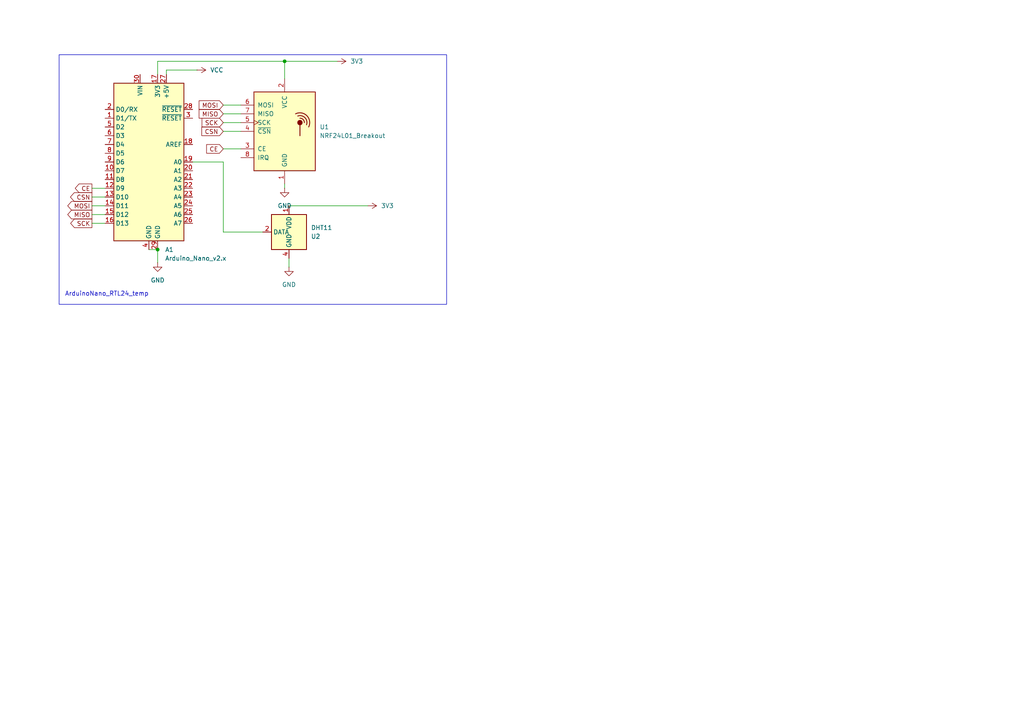
<source format=kicad_sch>
(kicad_sch (version 20250114) (generator "eeschema") (generator_version "9.0")
  (paper "A4")
  (lib_symbols
    (symbol "MCU_Module:Arduino_Nano_v2.x"
      (property "Reference" "A" (at -10.16 23.495 0))
      (property "Value" "Arduino_Nano_v2.x" (at 5.08 -24.13 0))
      (symbol "Arduino_Nano_v2.x_0_1"
        (rectangle (start -10.16 22.86) (end 10.16 -22.86) (stroke (width 0.254)) (fill (type background)))
      )
      (symbol "Arduino_Nano_v2.x_1_1"
        (pin bidirectional line (at -12.7 15.24 0) (length 2.54) (name "D0/RX") (number "2"))
        (pin bidirectional line (at -12.7 12.7 0) (length 2.54) (name "D1/TX") (number "1"))
        (pin bidirectional line (at -12.7 10.16 0) (length 2.54) (name "D2") (number "5"))
        (pin bidirectional line (at -12.7 7.62 0) (length 2.54) (name "D3") (number "6"))
        (pin bidirectional line (at -12.7 5.08 0) (length 2.54) (name "D4") (number "7"))
        (pin bidirectional line (at -12.7 2.54 0) (length 2.54) (name "D5") (number "8"))
        (pin bidirectional line (at -12.7 0 0) (length 2.54) (name "D6") (number "9"))
        (pin bidirectional line (at -12.7 -2.54 0) (length 2.54) (name "D7") (number "10"))
        (pin bidirectional line (at -12.7 -5.08 0) (length 2.54) (name "D8") (number "11"))
        (pin bidirectional line (at -12.7 -7.62 0) (length 2.54) (name "D9") (number "12"))
        (pin bidirectional line (at -12.7 -10.16 0) (length 2.54) (name "D10") (number "13"))
        (pin bidirectional line (at -12.7 -12.7 0) (length 2.54) (name "D11") (number "14"))
        (pin bidirectional line (at -12.7 -15.24 0) (length 2.54) (name "D12") (number "15"))
        (pin bidirectional line (at -12.7 -17.78 0) (length 2.54) (name "D13") (number "16"))
        (pin power_in line (at -2.54 25.4 270) (length 2.54) (name "VIN") (number "30"))
        (pin power_in line (at 0 -25.4 90) (length 2.54) (name "GND") (number "4"))
        (pin power_out line (at 2.54 25.4 270) (length 2.54) (name "3V3") (number "17"))
        (pin power_in line (at 2.54 -25.4 90) (length 2.54) (name "GND") (number "29"))
        (pin power_out line (at 5.08 25.4 270) (length 2.54) (name "+5V") (number "27"))
        (pin input line (at 12.7 15.24 180) (length 2.54) (name "~{RESET}") (number "28"))
        (pin input line (at 12.7 12.7 180) (length 2.54) (name "~{RESET}") (number "3"))
        (pin input line (at 12.7 5.08 180) (length 2.54) (name "AREF") (number "18"))
        (pin bidirectional line (at 12.7 0 180) (length 2.54) (name "A0") (number "19"))
        (pin bidirectional line (at 12.7 -2.54 180) (length 2.54) (name "A1") (number "20"))
        (pin bidirectional line (at 12.7 -5.08 180) (length 2.54) (name "A2") (number "21"))
        (pin bidirectional line (at 12.7 -7.62 180) (length 2.54) (name "A3") (number "22"))
        (pin bidirectional line (at 12.7 -10.16 180) (length 2.54) (name "A4") (number "23"))
        (pin bidirectional line (at 12.7 -12.7 180) (length 2.54) (name "A5") (number "24"))
        (pin bidirectional line (at 12.7 -15.24 180) (length 2.54) (name "A6") (number "25"))
        (pin bidirectional line (at 12.7 -17.78 180) (length 2.54) (name "A7") (number "26"))
      )
    )
    (symbol "RF:NRF24L01_Breakout" (pin_names (offset 1.016))
      (property "Reference" "U" (at -8.89 12.7 0))
      (property "Value" "NRF24L01_Breakout" (at 3.81 12.7 0))
      (symbol "NRF24L01_Breakout_0_1"
        (rectangle (start -8.89 11.43) (end 8.89 -11.43) (stroke (width 0.254)) (fill (type background)))
        (arc (start 3.175 5.08) (mid 6.453 4.548) (end 6.985 1.27) (stroke (width 0.254)))
        (circle (center 4.445 2.54) (radius 0.635) (stroke (width 0.254)) (fill (type outline)))
        (polyline (pts (xy 4.445 1.905) (xy 4.445 -1.27)) (stroke (width 0.254)))
        (arc (start 3.81 4.445) (mid 5.8835 3.9785) (end 6.35 1.905) (stroke (width 0.254)))
        (arc (start 4.445 3.81) (mid 5.3558 3.4508) (end 5.715 2.54) (stroke (width 0.254)))
      )
      (symbol "NRF24L01_Breakout_1_1"
        (pin input line (at -12.7 7.62 0) (length 3.81) (name "MOSI") (number "6"))
        (pin output line (at -12.7 5.08 0) (length 3.81) (name "MISO") (number "7"))
        (pin input clock (at -12.7 2.54 0) (length 3.81) (name "SCK") (number "5"))
        (pin input line (at -12.7 0 0) (length 3.81) (name "~{CSN}") (number "4"))
        (pin input line (at -12.7 -5.08 0) (length 3.81) (name "CE") (number "3"))
        (pin output line (at -12.7 -7.62 0) (length 3.81) (name "IRQ") (number "8"))
        (pin power_in line (at 0 15.24 270) (length 3.81) (name "VCC") (number "2"))
        (pin power_in line (at 0 -15.24 90) (length 3.81) (name "GND") (number "1"))
      )
    )
    (symbol "Sensor:DHT11"
      (property "Reference" "U" (at -3.81 6.35 0))
      (property "Value" "DHT11" (at 3.81 6.35 0))
      (symbol "DHT11_0_1"
        (rectangle (start -5.08 5.08) (end 5.08 -5.08) (stroke (width 0.254)) (fill (type background)))
      )
      (symbol "DHT11_1_1"
        (pin no_connect line (at -5.08 0 0) (length 2.54) (hide yes) (name "NC") (number "3"))
        (pin power_in line (at 0 7.62 270) (length 2.54) (name "VDD") (number "1"))
        (pin power_in line (at 0 -7.62 90) (length 2.54) (name "GND") (number "4"))
        (pin bidirectional line (at 7.62 0 180) (length 2.54) (name "DATA") (number "2"))
      )
    )
    (symbol "power:GND" (power) (pin_numbers (hide yes)) (pin_names (offset 0) (hide yes))
      (property "Value" "GND" (at 0 -3.81 0))
      (symbol "GND_0_1"
        (polyline (pts (xy 0 0) (xy 0 -1.27) (xy 1.27 -1.27) (xy 0 -2.54) (xy -1.27 -1.27) (xy 0 -1.27)))
      )
      (symbol "GND_1_1"
        (pin power_in line (at 0 0 270) (length 0) (name "~") (number "1"))
      )
    )
    (symbol "power:VCC" (power) (pin_numbers (hide yes)) (pin_names (offset 0) (hide yes))
      (property "Value" "VCC" (at 0 3.556 0))
      (symbol "VCC_0_1"
        (polyline (pts (xy -0.762 1.27) (xy 0 2.54)))
        (polyline (pts (xy 0 2.54) (xy 0.762 1.27)))
        (polyline (pts (xy 0 0) (xy 0 2.54)))
      )
      (symbol "VCC_1_1"
        (pin power_in line (at 0 0 90) (length 0) (name "~") (number "1"))
      )
    )
  )
  (rectangle (start 17.145 15.875) (end 129.54 88.265))
  (text "ArduinoNano_RTL24_temp" (at 30.988 85.344 0) (effects (font (size 1.27 1.27))))
  (junction (at 45.72 72.39))
  (junction (at 82.55 17.78))
  (wire (pts (xy 26.67 57.15) (xy 30.48 57.15)))
  (wire (pts (xy 64.77 46.99) (xy 64.77 67.31)))
  (wire (pts (xy 26.67 64.77) (xy 30.48 64.77)))
  (wire (pts (xy 64.77 30.48) (xy 69.85 30.48)))
  (wire (pts (xy 43.18 72.39) (xy 45.72 72.39)))
  (wire (pts (xy 82.55 53.34) (xy 82.55 54.61)))
  (wire (pts (xy 26.67 62.23) (xy 30.48 62.23)))
  (wire (pts (xy 64.77 33.02) (xy 69.85 33.02)))
  (wire (pts (xy 26.67 59.69) (xy 30.48 59.69)))
  (wire (pts (xy 45.72 21.59) (xy 45.72 17.78)))
  (wire (pts (xy 55.88 46.99) (xy 64.77 46.99)))
  (wire (pts (xy 64.77 67.31) (xy 76.2 67.31)))
  (wire (pts (xy 64.77 38.1) (xy 69.85 38.1)))
  (wire (pts (xy 83.82 74.93) (xy 83.82 77.47)))
  (wire (pts (xy 82.55 17.78) (xy 97.79 17.78)))
  (wire (pts (xy 45.72 72.39) (xy 45.72 76.2)))
  (wire (pts (xy 82.55 17.78) (xy 82.55 22.86)))
  (wire (pts (xy 45.72 17.78) (xy 82.55 17.78)))
  (wire (pts (xy 64.77 35.56) (xy 69.85 35.56)))
  (wire (pts (xy 26.67 54.61) (xy 30.48 54.61)))
  (wire (pts (xy 64.77 43.18) (xy 69.85 43.18)))
  (wire (pts (xy 48.26 20.32) (xy 48.26 21.59)))
  (wire (pts (xy 83.82 59.69) (xy 106.68 59.69)))
  (wire (pts (xy 57.15 20.32) (xy 48.26 20.32)))
  (global_label "MOSI" (shape output) (at 26.67 59.69 180) (property "Intersheetrefs" "${INTERSHEET_REFS}" (effects (hide yes))))
  (global_label "CSN" (shape input) (at 64.77 38.1 180) (property "Intersheetrefs" "${INTERSHEET_REFS}" (effects (hide yes))))
  (global_label "MISO" (shape input) (at 64.77 33.02 180) (property "Intersheetrefs" "${INTERSHEET_REFS}" (effects (hide yes))))
  (global_label "MISO" (shape output) (at 26.67 62.23 180) (property "Intersheetrefs" "${INTERSHEET_REFS}" (effects (hide yes))))
  (global_label "MOSI" (shape input) (at 64.77 30.48 180) (property "Intersheetrefs" "${INTERSHEET_REFS}" (effects (hide yes))))
  (global_label "CE" (shape input) (at 64.77 43.18 180) (property "Intersheetrefs" "${INTERSHEET_REFS}" (effects (hide yes))))
  (global_label "SCK" (shape output) (at 26.67 64.77 180) (property "Intersheetrefs" "${INTERSHEET_REFS}" (effects (hide yes))))
  (global_label "SCK" (shape input) (at 64.77 35.56 180) (property "Intersheetrefs" "${INTERSHEET_REFS}" (effects (hide yes))))
  (global_label "CSN" (shape output) (at 26.67 57.15 180) (property "Intersheetrefs" "${INTERSHEET_REFS}" (effects (hide yes))))
  (global_label "CE" (shape output) (at 26.67 54.61 180) (property "Intersheetrefs" "${INTERSHEET_REFS}" (effects (hide yes))))
  (symbol (lib_id "power:GND") (at 82.55 54.61 0) (unit 1)
    (property "Reference" "#PWR04" (effects (hide yes)))
    (property "Value" "GND" (at 82.55 59.69 0))
    (property "Description" "Power symbol creates a global label with name \"GND\" , ground" (effects (hide yes)))
  )
  (symbol (lib_id "power:VCC") (at 106.68 59.69 270) (unit 1)
    (property "Reference" "#PWR02" (effects (hide yes)))
    (property "Value" "3V3" (at 110.49 59.6899 90) (effects (justify left)))
    (property "Description" "Power symbol creates a global label with name \"VCC\"" (effects (hide yes)))
  )
  (symbol (lib_id "MCU_Module:Arduino_Nano_v2.x") (at 43.18 46.99 0) (unit 1)
    (property "Reference" "A1" (at 47.8633 72.39 0) (effects (justify left)))
    (property "Value" "Arduino_Nano_v2.x" (at 47.8633 74.93 0) (effects (justify left)))
    (property "Footprint" "Module:Arduino_Nano" (effects (hide yes)))
    (property "Datasheet" "https://www.arduino.cc/en/uploads/Main/ArduinoNanoManual23.pdf" (effects (hide yes)))
    (property "Description" "Arduino Nano v2.x" (effects (hide yes)))
  )
  (symbol (lib_id "power:VCC") (at 97.79 17.78 270) (unit 1)
    (property "Reference" "#PWR01" (effects (hide yes)))
    (property "Value" "3V3" (at 101.6 17.7799 90) (effects (justify left)))
    (property "Description" "Power symbol creates a global label with name \"VCC\"" (effects (hide yes)))
  )
  (symbol (lib_id "RF:NRF24L01_Breakout") (at 82.55 38.1 0) (unit 1)
    (property "Reference" "U1" (at 92.71 36.8299 0) (effects (justify left)))
    (property "Value" "NRF24L01_Breakout" (at 92.71 39.3699 0) (effects (justify left)))
    (property "Footprint" "RF_Module:nRF24L01_Breakout" (effects (hide yes)))
    (property "Datasheet" "http://www.nordicsemi.com/eng/content/download/2730/34105/file/nRF24L01_Product_Specification_v2_0.pdf" (effects (hide yes)))
    (property "Description" "Ultra low power 2.4GHz RF Transceiver, Carrier PCB" (effects (hide yes)))
  )
  (symbol (lib_id "Sensor:DHT11") (at 83.82 67.31 0) (mirror y) (unit 1)
    (property "Reference" "U2" (at 90.17 68.5801 0) (effects (justify right)))
    (property "Value" "DHT11" (at 90.17 66.0401 0) (effects (justify right)))
    (property "Footprint" "Sensor:Aosong_DHT11_5.5x12.0_P2.54mm" (effects (hide yes)))
    (property "Datasheet" "http://akizukidenshi.com/download/ds/aosong/DHT11.pdf" (effects (hide yes)))
    (property "Description" "3.3V to 5.5V, temperature and humidity module, DHT11" (effects (hide yes)))
  )
  (symbol (lib_id "power:GND") (at 83.82 77.47 0) (unit 1)
    (property "Reference" "#PWR03" (effects (hide yes)))
    (property "Value" "GND" (at 83.82 82.55 0))
    (property "Description" "Power symbol creates a global label with name \"GND\" , ground" (effects (hide yes)))
  )
  (symbol (lib_id "power:GND") (at 45.72 76.2 0) (unit 1)
    (property "Reference" "#PWR05" (effects (hide yes)))
    (property "Value" "GND" (at 45.72 81.28 0))
    (property "Description" "Power symbol creates a global label with name \"GND\" , ground" (effects (hide yes)))
  )
  (symbol (lib_id "power:VCC") (at 57.15 20.32 270) (unit 1)
    (property "Reference" "#PWR09" (effects (hide yes)))
    (property "Value" "VCC" (at 60.96 20.32 90) (effects (justify left)))
  )
)
</source>
